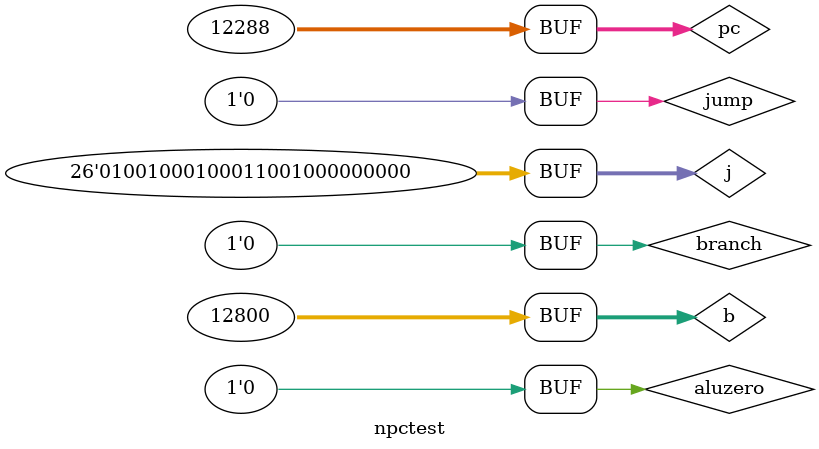
<source format=v>
`timescale 1ns/1ps

module npctest();
    reg     [31:0]  pc;
    reg     [31:0]  b;
    reg     [25:0]  j;
    reg             branch;
    reg             aluzero;
    reg             jump;
    wire    [31:0]  npc;

    npc U1
    (
        .pc(pc),
        .b(b),
        .j(j),
        .branch(branch),
        .aluzero(aluzero),
        .jump(jump),
        .npc(npc)
    );

    initial
    begin
        pc = 32'h00003000;
        b = 32'h00003200;
        j = 26'b01_00100010_00110010_00000000;

        branch = 0;
        aluzero = 1;
        jump = 1;

        #20
        branch = 1;
        aluzero = 0;
        jump = 1;

        #20
        branch = 0;
        aluzero = 0;
        jump = 1;

        #20
        branch = 1;
        aluzero = 1;
        jump = 1;

        #20
        branch = 0;
        aluzero = 0;
        jump = 0;
    end
endmodule
</source>
